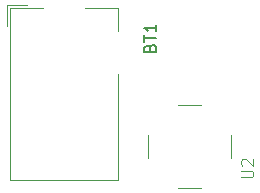
<source format=gbr>
%TF.GenerationSoftware,KiCad,Pcbnew,9.0.0*%
%TF.CreationDate,2025-04-13T17:51:54-07:00*%
%TF.ProjectId,compact_photodiode_v2,636f6d70-6163-4745-9f70-686f746f6469,rev?*%
%TF.SameCoordinates,Original*%
%TF.FileFunction,Legend,Top*%
%TF.FilePolarity,Positive*%
%FSLAX46Y46*%
G04 Gerber Fmt 4.6, Leading zero omitted, Abs format (unit mm)*
G04 Created by KiCad (PCBNEW 9.0.0) date 2025-04-13 17:51:54*
%MOMM*%
%LPD*%
G01*
G04 APERTURE LIST*
%ADD10C,0.100000*%
%ADD11C,0.150000*%
%ADD12C,0.120000*%
G04 APERTURE END LIST*
D10*
X152457419Y-125361904D02*
X153266942Y-125361904D01*
X153266942Y-125361904D02*
X153362180Y-125314285D01*
X153362180Y-125314285D02*
X153409800Y-125266666D01*
X153409800Y-125266666D02*
X153457419Y-125171428D01*
X153457419Y-125171428D02*
X153457419Y-124980952D01*
X153457419Y-124980952D02*
X153409800Y-124885714D01*
X153409800Y-124885714D02*
X153362180Y-124838095D01*
X153362180Y-124838095D02*
X153266942Y-124790476D01*
X153266942Y-124790476D02*
X152457419Y-124790476D01*
X152552657Y-124361904D02*
X152505038Y-124314285D01*
X152505038Y-124314285D02*
X152457419Y-124219047D01*
X152457419Y-124219047D02*
X152457419Y-123980952D01*
X152457419Y-123980952D02*
X152505038Y-123885714D01*
X152505038Y-123885714D02*
X152552657Y-123838095D01*
X152552657Y-123838095D02*
X152647895Y-123790476D01*
X152647895Y-123790476D02*
X152743133Y-123790476D01*
X152743133Y-123790476D02*
X152885990Y-123838095D01*
X152885990Y-123838095D02*
X153457419Y-124409523D01*
X153457419Y-124409523D02*
X153457419Y-123790476D01*
D11*
X144731009Y-114385714D02*
X144778628Y-114242857D01*
X144778628Y-114242857D02*
X144826247Y-114195238D01*
X144826247Y-114195238D02*
X144921485Y-114147619D01*
X144921485Y-114147619D02*
X145064342Y-114147619D01*
X145064342Y-114147619D02*
X145159580Y-114195238D01*
X145159580Y-114195238D02*
X145207200Y-114242857D01*
X145207200Y-114242857D02*
X145254819Y-114338095D01*
X145254819Y-114338095D02*
X145254819Y-114719047D01*
X145254819Y-114719047D02*
X144254819Y-114719047D01*
X144254819Y-114719047D02*
X144254819Y-114385714D01*
X144254819Y-114385714D02*
X144302438Y-114290476D01*
X144302438Y-114290476D02*
X144350057Y-114242857D01*
X144350057Y-114242857D02*
X144445295Y-114195238D01*
X144445295Y-114195238D02*
X144540533Y-114195238D01*
X144540533Y-114195238D02*
X144635771Y-114242857D01*
X144635771Y-114242857D02*
X144683390Y-114290476D01*
X144683390Y-114290476D02*
X144731009Y-114385714D01*
X144731009Y-114385714D02*
X144731009Y-114719047D01*
X144254819Y-113861904D02*
X144254819Y-113290476D01*
X145254819Y-113576190D02*
X144254819Y-113576190D01*
X145254819Y-112433333D02*
X145254819Y-113004761D01*
X145254819Y-112719047D02*
X144254819Y-112719047D01*
X144254819Y-112719047D02*
X144397676Y-112814285D01*
X144397676Y-112814285D02*
X144492914Y-112909523D01*
X144492914Y-112909523D02*
X144540533Y-113004761D01*
D10*
%TO.C,U2*%
X147060000Y-119240000D02*
X149060000Y-119240000D01*
X144560000Y-123740000D02*
X144560000Y-121740000D01*
X147060000Y-126240000D02*
X149060000Y-126240000D01*
X151560000Y-123740000D02*
X151560000Y-121740000D01*
D12*
%TO.C,BT1*%
X132610000Y-110760000D02*
X134350000Y-110760000D01*
X132610000Y-112500000D02*
X132610000Y-110760000D01*
X132850000Y-111000000D02*
X135650000Y-111000000D01*
X132850000Y-125600000D02*
X132850000Y-111000000D01*
X139250000Y-111000000D02*
X142050000Y-111000000D01*
X142050000Y-111000000D02*
X142050000Y-113000000D01*
X142050000Y-116600000D02*
X142050000Y-125600000D01*
X142050000Y-125600000D02*
X132850000Y-125600000D01*
%TD*%
M02*

</source>
